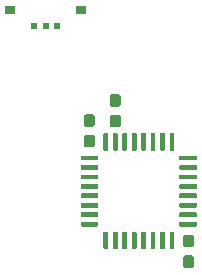
<source format=gtp>
G04 #@! TF.GenerationSoftware,KiCad,Pcbnew,(5.1.5-0-10_14)*
G04 #@! TF.CreationDate,2020-06-21T17:17:39+09:00*
G04 #@! TF.ProjectId,TriCon,54726943-6f6e-42e6-9b69-6361645f7063,1.1*
G04 #@! TF.SameCoordinates,Original*
G04 #@! TF.FileFunction,Paste,Top*
G04 #@! TF.FilePolarity,Positive*
%FSLAX46Y46*%
G04 Gerber Fmt 4.6, Leading zero omitted, Abs format (unit mm)*
G04 Created by KiCad (PCBNEW (5.1.5-0-10_14)) date 2020-06-21 17:17:39*
%MOMM*%
%LPD*%
G04 APERTURE LIST*
%ADD10C,0.100000*%
%ADD11R,0.900000X0.700000*%
%ADD12R,0.600000X0.500000*%
G04 APERTURE END LIST*
D10*
G36*
X147209802Y-95075482D02*
G01*
X147219509Y-95076921D01*
X147229028Y-95079306D01*
X147238268Y-95082612D01*
X147247140Y-95086808D01*
X147255557Y-95091853D01*
X147263439Y-95097699D01*
X147270711Y-95104289D01*
X147277301Y-95111561D01*
X147283147Y-95119443D01*
X147288192Y-95127860D01*
X147292388Y-95136732D01*
X147295694Y-95145972D01*
X147298079Y-95155491D01*
X147299518Y-95165198D01*
X147300000Y-95175000D01*
X147300000Y-96475000D01*
X147299518Y-96484802D01*
X147298079Y-96494509D01*
X147295694Y-96504028D01*
X147292388Y-96513268D01*
X147288192Y-96522140D01*
X147283147Y-96530557D01*
X147277301Y-96538439D01*
X147270711Y-96545711D01*
X147263439Y-96552301D01*
X147255557Y-96558147D01*
X147247140Y-96563192D01*
X147238268Y-96567388D01*
X147229028Y-96570694D01*
X147219509Y-96573079D01*
X147209802Y-96574518D01*
X147200000Y-96575000D01*
X147000000Y-96575000D01*
X146990198Y-96574518D01*
X146980491Y-96573079D01*
X146970972Y-96570694D01*
X146961732Y-96567388D01*
X146952860Y-96563192D01*
X146944443Y-96558147D01*
X146936561Y-96552301D01*
X146929289Y-96545711D01*
X146922699Y-96538439D01*
X146916853Y-96530557D01*
X146911808Y-96522140D01*
X146907612Y-96513268D01*
X146904306Y-96504028D01*
X146901921Y-96494509D01*
X146900482Y-96484802D01*
X146900000Y-96475000D01*
X146900000Y-95175000D01*
X146900482Y-95165198D01*
X146901921Y-95155491D01*
X146904306Y-95145972D01*
X146907612Y-95136732D01*
X146911808Y-95127860D01*
X146916853Y-95119443D01*
X146922699Y-95111561D01*
X146929289Y-95104289D01*
X146936561Y-95097699D01*
X146944443Y-95091853D01*
X146952860Y-95086808D01*
X146961732Y-95082612D01*
X146970972Y-95079306D01*
X146980491Y-95076921D01*
X146990198Y-95075482D01*
X147000000Y-95075000D01*
X147200000Y-95075000D01*
X147209802Y-95075482D01*
G37*
G36*
X148009802Y-95075482D02*
G01*
X148019509Y-95076921D01*
X148029028Y-95079306D01*
X148038268Y-95082612D01*
X148047140Y-95086808D01*
X148055557Y-95091853D01*
X148063439Y-95097699D01*
X148070711Y-95104289D01*
X148077301Y-95111561D01*
X148083147Y-95119443D01*
X148088192Y-95127860D01*
X148092388Y-95136732D01*
X148095694Y-95145972D01*
X148098079Y-95155491D01*
X148099518Y-95165198D01*
X148100000Y-95175000D01*
X148100000Y-96475000D01*
X148099518Y-96484802D01*
X148098079Y-96494509D01*
X148095694Y-96504028D01*
X148092388Y-96513268D01*
X148088192Y-96522140D01*
X148083147Y-96530557D01*
X148077301Y-96538439D01*
X148070711Y-96545711D01*
X148063439Y-96552301D01*
X148055557Y-96558147D01*
X148047140Y-96563192D01*
X148038268Y-96567388D01*
X148029028Y-96570694D01*
X148019509Y-96573079D01*
X148009802Y-96574518D01*
X148000000Y-96575000D01*
X147800000Y-96575000D01*
X147790198Y-96574518D01*
X147780491Y-96573079D01*
X147770972Y-96570694D01*
X147761732Y-96567388D01*
X147752860Y-96563192D01*
X147744443Y-96558147D01*
X147736561Y-96552301D01*
X147729289Y-96545711D01*
X147722699Y-96538439D01*
X147716853Y-96530557D01*
X147711808Y-96522140D01*
X147707612Y-96513268D01*
X147704306Y-96504028D01*
X147701921Y-96494509D01*
X147700482Y-96484802D01*
X147700000Y-96475000D01*
X147700000Y-95175000D01*
X147700482Y-95165198D01*
X147701921Y-95155491D01*
X147704306Y-95145972D01*
X147707612Y-95136732D01*
X147711808Y-95127860D01*
X147716853Y-95119443D01*
X147722699Y-95111561D01*
X147729289Y-95104289D01*
X147736561Y-95097699D01*
X147744443Y-95091853D01*
X147752860Y-95086808D01*
X147761732Y-95082612D01*
X147770972Y-95079306D01*
X147780491Y-95076921D01*
X147790198Y-95075482D01*
X147800000Y-95075000D01*
X148000000Y-95075000D01*
X148009802Y-95075482D01*
G37*
G36*
X148809802Y-95075482D02*
G01*
X148819509Y-95076921D01*
X148829028Y-95079306D01*
X148838268Y-95082612D01*
X148847140Y-95086808D01*
X148855557Y-95091853D01*
X148863439Y-95097699D01*
X148870711Y-95104289D01*
X148877301Y-95111561D01*
X148883147Y-95119443D01*
X148888192Y-95127860D01*
X148892388Y-95136732D01*
X148895694Y-95145972D01*
X148898079Y-95155491D01*
X148899518Y-95165198D01*
X148900000Y-95175000D01*
X148900000Y-96475000D01*
X148899518Y-96484802D01*
X148898079Y-96494509D01*
X148895694Y-96504028D01*
X148892388Y-96513268D01*
X148888192Y-96522140D01*
X148883147Y-96530557D01*
X148877301Y-96538439D01*
X148870711Y-96545711D01*
X148863439Y-96552301D01*
X148855557Y-96558147D01*
X148847140Y-96563192D01*
X148838268Y-96567388D01*
X148829028Y-96570694D01*
X148819509Y-96573079D01*
X148809802Y-96574518D01*
X148800000Y-96575000D01*
X148600000Y-96575000D01*
X148590198Y-96574518D01*
X148580491Y-96573079D01*
X148570972Y-96570694D01*
X148561732Y-96567388D01*
X148552860Y-96563192D01*
X148544443Y-96558147D01*
X148536561Y-96552301D01*
X148529289Y-96545711D01*
X148522699Y-96538439D01*
X148516853Y-96530557D01*
X148511808Y-96522140D01*
X148507612Y-96513268D01*
X148504306Y-96504028D01*
X148501921Y-96494509D01*
X148500482Y-96484802D01*
X148500000Y-96475000D01*
X148500000Y-95175000D01*
X148500482Y-95165198D01*
X148501921Y-95155491D01*
X148504306Y-95145972D01*
X148507612Y-95136732D01*
X148511808Y-95127860D01*
X148516853Y-95119443D01*
X148522699Y-95111561D01*
X148529289Y-95104289D01*
X148536561Y-95097699D01*
X148544443Y-95091853D01*
X148552860Y-95086808D01*
X148561732Y-95082612D01*
X148570972Y-95079306D01*
X148580491Y-95076921D01*
X148590198Y-95075482D01*
X148600000Y-95075000D01*
X148800000Y-95075000D01*
X148809802Y-95075482D01*
G37*
G36*
X149609802Y-95075482D02*
G01*
X149619509Y-95076921D01*
X149629028Y-95079306D01*
X149638268Y-95082612D01*
X149647140Y-95086808D01*
X149655557Y-95091853D01*
X149663439Y-95097699D01*
X149670711Y-95104289D01*
X149677301Y-95111561D01*
X149683147Y-95119443D01*
X149688192Y-95127860D01*
X149692388Y-95136732D01*
X149695694Y-95145972D01*
X149698079Y-95155491D01*
X149699518Y-95165198D01*
X149700000Y-95175000D01*
X149700000Y-96475000D01*
X149699518Y-96484802D01*
X149698079Y-96494509D01*
X149695694Y-96504028D01*
X149692388Y-96513268D01*
X149688192Y-96522140D01*
X149683147Y-96530557D01*
X149677301Y-96538439D01*
X149670711Y-96545711D01*
X149663439Y-96552301D01*
X149655557Y-96558147D01*
X149647140Y-96563192D01*
X149638268Y-96567388D01*
X149629028Y-96570694D01*
X149619509Y-96573079D01*
X149609802Y-96574518D01*
X149600000Y-96575000D01*
X149400000Y-96575000D01*
X149390198Y-96574518D01*
X149380491Y-96573079D01*
X149370972Y-96570694D01*
X149361732Y-96567388D01*
X149352860Y-96563192D01*
X149344443Y-96558147D01*
X149336561Y-96552301D01*
X149329289Y-96545711D01*
X149322699Y-96538439D01*
X149316853Y-96530557D01*
X149311808Y-96522140D01*
X149307612Y-96513268D01*
X149304306Y-96504028D01*
X149301921Y-96494509D01*
X149300482Y-96484802D01*
X149300000Y-96475000D01*
X149300000Y-95175000D01*
X149300482Y-95165198D01*
X149301921Y-95155491D01*
X149304306Y-95145972D01*
X149307612Y-95136732D01*
X149311808Y-95127860D01*
X149316853Y-95119443D01*
X149322699Y-95111561D01*
X149329289Y-95104289D01*
X149336561Y-95097699D01*
X149344443Y-95091853D01*
X149352860Y-95086808D01*
X149361732Y-95082612D01*
X149370972Y-95079306D01*
X149380491Y-95076921D01*
X149390198Y-95075482D01*
X149400000Y-95075000D01*
X149600000Y-95075000D01*
X149609802Y-95075482D01*
G37*
G36*
X150409802Y-95075482D02*
G01*
X150419509Y-95076921D01*
X150429028Y-95079306D01*
X150438268Y-95082612D01*
X150447140Y-95086808D01*
X150455557Y-95091853D01*
X150463439Y-95097699D01*
X150470711Y-95104289D01*
X150477301Y-95111561D01*
X150483147Y-95119443D01*
X150488192Y-95127860D01*
X150492388Y-95136732D01*
X150495694Y-95145972D01*
X150498079Y-95155491D01*
X150499518Y-95165198D01*
X150500000Y-95175000D01*
X150500000Y-96475000D01*
X150499518Y-96484802D01*
X150498079Y-96494509D01*
X150495694Y-96504028D01*
X150492388Y-96513268D01*
X150488192Y-96522140D01*
X150483147Y-96530557D01*
X150477301Y-96538439D01*
X150470711Y-96545711D01*
X150463439Y-96552301D01*
X150455557Y-96558147D01*
X150447140Y-96563192D01*
X150438268Y-96567388D01*
X150429028Y-96570694D01*
X150419509Y-96573079D01*
X150409802Y-96574518D01*
X150400000Y-96575000D01*
X150200000Y-96575000D01*
X150190198Y-96574518D01*
X150180491Y-96573079D01*
X150170972Y-96570694D01*
X150161732Y-96567388D01*
X150152860Y-96563192D01*
X150144443Y-96558147D01*
X150136561Y-96552301D01*
X150129289Y-96545711D01*
X150122699Y-96538439D01*
X150116853Y-96530557D01*
X150111808Y-96522140D01*
X150107612Y-96513268D01*
X150104306Y-96504028D01*
X150101921Y-96494509D01*
X150100482Y-96484802D01*
X150100000Y-96475000D01*
X150100000Y-95175000D01*
X150100482Y-95165198D01*
X150101921Y-95155491D01*
X150104306Y-95145972D01*
X150107612Y-95136732D01*
X150111808Y-95127860D01*
X150116853Y-95119443D01*
X150122699Y-95111561D01*
X150129289Y-95104289D01*
X150136561Y-95097699D01*
X150144443Y-95091853D01*
X150152860Y-95086808D01*
X150161732Y-95082612D01*
X150170972Y-95079306D01*
X150180491Y-95076921D01*
X150190198Y-95075482D01*
X150200000Y-95075000D01*
X150400000Y-95075000D01*
X150409802Y-95075482D01*
G37*
G36*
X151209802Y-95075482D02*
G01*
X151219509Y-95076921D01*
X151229028Y-95079306D01*
X151238268Y-95082612D01*
X151247140Y-95086808D01*
X151255557Y-95091853D01*
X151263439Y-95097699D01*
X151270711Y-95104289D01*
X151277301Y-95111561D01*
X151283147Y-95119443D01*
X151288192Y-95127860D01*
X151292388Y-95136732D01*
X151295694Y-95145972D01*
X151298079Y-95155491D01*
X151299518Y-95165198D01*
X151300000Y-95175000D01*
X151300000Y-96475000D01*
X151299518Y-96484802D01*
X151298079Y-96494509D01*
X151295694Y-96504028D01*
X151292388Y-96513268D01*
X151288192Y-96522140D01*
X151283147Y-96530557D01*
X151277301Y-96538439D01*
X151270711Y-96545711D01*
X151263439Y-96552301D01*
X151255557Y-96558147D01*
X151247140Y-96563192D01*
X151238268Y-96567388D01*
X151229028Y-96570694D01*
X151219509Y-96573079D01*
X151209802Y-96574518D01*
X151200000Y-96575000D01*
X151000000Y-96575000D01*
X150990198Y-96574518D01*
X150980491Y-96573079D01*
X150970972Y-96570694D01*
X150961732Y-96567388D01*
X150952860Y-96563192D01*
X150944443Y-96558147D01*
X150936561Y-96552301D01*
X150929289Y-96545711D01*
X150922699Y-96538439D01*
X150916853Y-96530557D01*
X150911808Y-96522140D01*
X150907612Y-96513268D01*
X150904306Y-96504028D01*
X150901921Y-96494509D01*
X150900482Y-96484802D01*
X150900000Y-96475000D01*
X150900000Y-95175000D01*
X150900482Y-95165198D01*
X150901921Y-95155491D01*
X150904306Y-95145972D01*
X150907612Y-95136732D01*
X150911808Y-95127860D01*
X150916853Y-95119443D01*
X150922699Y-95111561D01*
X150929289Y-95104289D01*
X150936561Y-95097699D01*
X150944443Y-95091853D01*
X150952860Y-95086808D01*
X150961732Y-95082612D01*
X150970972Y-95079306D01*
X150980491Y-95076921D01*
X150990198Y-95075482D01*
X151000000Y-95075000D01*
X151200000Y-95075000D01*
X151209802Y-95075482D01*
G37*
G36*
X152009802Y-95075482D02*
G01*
X152019509Y-95076921D01*
X152029028Y-95079306D01*
X152038268Y-95082612D01*
X152047140Y-95086808D01*
X152055557Y-95091853D01*
X152063439Y-95097699D01*
X152070711Y-95104289D01*
X152077301Y-95111561D01*
X152083147Y-95119443D01*
X152088192Y-95127860D01*
X152092388Y-95136732D01*
X152095694Y-95145972D01*
X152098079Y-95155491D01*
X152099518Y-95165198D01*
X152100000Y-95175000D01*
X152100000Y-96475000D01*
X152099518Y-96484802D01*
X152098079Y-96494509D01*
X152095694Y-96504028D01*
X152092388Y-96513268D01*
X152088192Y-96522140D01*
X152083147Y-96530557D01*
X152077301Y-96538439D01*
X152070711Y-96545711D01*
X152063439Y-96552301D01*
X152055557Y-96558147D01*
X152047140Y-96563192D01*
X152038268Y-96567388D01*
X152029028Y-96570694D01*
X152019509Y-96573079D01*
X152009802Y-96574518D01*
X152000000Y-96575000D01*
X151800000Y-96575000D01*
X151790198Y-96574518D01*
X151780491Y-96573079D01*
X151770972Y-96570694D01*
X151761732Y-96567388D01*
X151752860Y-96563192D01*
X151744443Y-96558147D01*
X151736561Y-96552301D01*
X151729289Y-96545711D01*
X151722699Y-96538439D01*
X151716853Y-96530557D01*
X151711808Y-96522140D01*
X151707612Y-96513268D01*
X151704306Y-96504028D01*
X151701921Y-96494509D01*
X151700482Y-96484802D01*
X151700000Y-96475000D01*
X151700000Y-95175000D01*
X151700482Y-95165198D01*
X151701921Y-95155491D01*
X151704306Y-95145972D01*
X151707612Y-95136732D01*
X151711808Y-95127860D01*
X151716853Y-95119443D01*
X151722699Y-95111561D01*
X151729289Y-95104289D01*
X151736561Y-95097699D01*
X151744443Y-95091853D01*
X151752860Y-95086808D01*
X151761732Y-95082612D01*
X151770972Y-95079306D01*
X151780491Y-95076921D01*
X151790198Y-95075482D01*
X151800000Y-95075000D01*
X152000000Y-95075000D01*
X152009802Y-95075482D01*
G37*
G36*
X152809802Y-95075482D02*
G01*
X152819509Y-95076921D01*
X152829028Y-95079306D01*
X152838268Y-95082612D01*
X152847140Y-95086808D01*
X152855557Y-95091853D01*
X152863439Y-95097699D01*
X152870711Y-95104289D01*
X152877301Y-95111561D01*
X152883147Y-95119443D01*
X152888192Y-95127860D01*
X152892388Y-95136732D01*
X152895694Y-95145972D01*
X152898079Y-95155491D01*
X152899518Y-95165198D01*
X152900000Y-95175000D01*
X152900000Y-96475000D01*
X152899518Y-96484802D01*
X152898079Y-96494509D01*
X152895694Y-96504028D01*
X152892388Y-96513268D01*
X152888192Y-96522140D01*
X152883147Y-96530557D01*
X152877301Y-96538439D01*
X152870711Y-96545711D01*
X152863439Y-96552301D01*
X152855557Y-96558147D01*
X152847140Y-96563192D01*
X152838268Y-96567388D01*
X152829028Y-96570694D01*
X152819509Y-96573079D01*
X152809802Y-96574518D01*
X152800000Y-96575000D01*
X152600000Y-96575000D01*
X152590198Y-96574518D01*
X152580491Y-96573079D01*
X152570972Y-96570694D01*
X152561732Y-96567388D01*
X152552860Y-96563192D01*
X152544443Y-96558147D01*
X152536561Y-96552301D01*
X152529289Y-96545711D01*
X152522699Y-96538439D01*
X152516853Y-96530557D01*
X152511808Y-96522140D01*
X152507612Y-96513268D01*
X152504306Y-96504028D01*
X152501921Y-96494509D01*
X152500482Y-96484802D01*
X152500000Y-96475000D01*
X152500000Y-95175000D01*
X152500482Y-95165198D01*
X152501921Y-95155491D01*
X152504306Y-95145972D01*
X152507612Y-95136732D01*
X152511808Y-95127860D01*
X152516853Y-95119443D01*
X152522699Y-95111561D01*
X152529289Y-95104289D01*
X152536561Y-95097699D01*
X152544443Y-95091853D01*
X152552860Y-95086808D01*
X152561732Y-95082612D01*
X152570972Y-95079306D01*
X152580491Y-95076921D01*
X152590198Y-95075482D01*
X152600000Y-95075000D01*
X152800000Y-95075000D01*
X152809802Y-95075482D01*
G37*
G36*
X154734802Y-97000482D02*
G01*
X154744509Y-97001921D01*
X154754028Y-97004306D01*
X154763268Y-97007612D01*
X154772140Y-97011808D01*
X154780557Y-97016853D01*
X154788439Y-97022699D01*
X154795711Y-97029289D01*
X154802301Y-97036561D01*
X154808147Y-97044443D01*
X154813192Y-97052860D01*
X154817388Y-97061732D01*
X154820694Y-97070972D01*
X154823079Y-97080491D01*
X154824518Y-97090198D01*
X154825000Y-97100000D01*
X154825000Y-97300000D01*
X154824518Y-97309802D01*
X154823079Y-97319509D01*
X154820694Y-97329028D01*
X154817388Y-97338268D01*
X154813192Y-97347140D01*
X154808147Y-97355557D01*
X154802301Y-97363439D01*
X154795711Y-97370711D01*
X154788439Y-97377301D01*
X154780557Y-97383147D01*
X154772140Y-97388192D01*
X154763268Y-97392388D01*
X154754028Y-97395694D01*
X154744509Y-97398079D01*
X154734802Y-97399518D01*
X154725000Y-97400000D01*
X153425000Y-97400000D01*
X153415198Y-97399518D01*
X153405491Y-97398079D01*
X153395972Y-97395694D01*
X153386732Y-97392388D01*
X153377860Y-97388192D01*
X153369443Y-97383147D01*
X153361561Y-97377301D01*
X153354289Y-97370711D01*
X153347699Y-97363439D01*
X153341853Y-97355557D01*
X153336808Y-97347140D01*
X153332612Y-97338268D01*
X153329306Y-97329028D01*
X153326921Y-97319509D01*
X153325482Y-97309802D01*
X153325000Y-97300000D01*
X153325000Y-97100000D01*
X153325482Y-97090198D01*
X153326921Y-97080491D01*
X153329306Y-97070972D01*
X153332612Y-97061732D01*
X153336808Y-97052860D01*
X153341853Y-97044443D01*
X153347699Y-97036561D01*
X153354289Y-97029289D01*
X153361561Y-97022699D01*
X153369443Y-97016853D01*
X153377860Y-97011808D01*
X153386732Y-97007612D01*
X153395972Y-97004306D01*
X153405491Y-97001921D01*
X153415198Y-97000482D01*
X153425000Y-97000000D01*
X154725000Y-97000000D01*
X154734802Y-97000482D01*
G37*
G36*
X154734802Y-97800482D02*
G01*
X154744509Y-97801921D01*
X154754028Y-97804306D01*
X154763268Y-97807612D01*
X154772140Y-97811808D01*
X154780557Y-97816853D01*
X154788439Y-97822699D01*
X154795711Y-97829289D01*
X154802301Y-97836561D01*
X154808147Y-97844443D01*
X154813192Y-97852860D01*
X154817388Y-97861732D01*
X154820694Y-97870972D01*
X154823079Y-97880491D01*
X154824518Y-97890198D01*
X154825000Y-97900000D01*
X154825000Y-98100000D01*
X154824518Y-98109802D01*
X154823079Y-98119509D01*
X154820694Y-98129028D01*
X154817388Y-98138268D01*
X154813192Y-98147140D01*
X154808147Y-98155557D01*
X154802301Y-98163439D01*
X154795711Y-98170711D01*
X154788439Y-98177301D01*
X154780557Y-98183147D01*
X154772140Y-98188192D01*
X154763268Y-98192388D01*
X154754028Y-98195694D01*
X154744509Y-98198079D01*
X154734802Y-98199518D01*
X154725000Y-98200000D01*
X153425000Y-98200000D01*
X153415198Y-98199518D01*
X153405491Y-98198079D01*
X153395972Y-98195694D01*
X153386732Y-98192388D01*
X153377860Y-98188192D01*
X153369443Y-98183147D01*
X153361561Y-98177301D01*
X153354289Y-98170711D01*
X153347699Y-98163439D01*
X153341853Y-98155557D01*
X153336808Y-98147140D01*
X153332612Y-98138268D01*
X153329306Y-98129028D01*
X153326921Y-98119509D01*
X153325482Y-98109802D01*
X153325000Y-98100000D01*
X153325000Y-97900000D01*
X153325482Y-97890198D01*
X153326921Y-97880491D01*
X153329306Y-97870972D01*
X153332612Y-97861732D01*
X153336808Y-97852860D01*
X153341853Y-97844443D01*
X153347699Y-97836561D01*
X153354289Y-97829289D01*
X153361561Y-97822699D01*
X153369443Y-97816853D01*
X153377860Y-97811808D01*
X153386732Y-97807612D01*
X153395972Y-97804306D01*
X153405491Y-97801921D01*
X153415198Y-97800482D01*
X153425000Y-97800000D01*
X154725000Y-97800000D01*
X154734802Y-97800482D01*
G37*
G36*
X154734802Y-98600482D02*
G01*
X154744509Y-98601921D01*
X154754028Y-98604306D01*
X154763268Y-98607612D01*
X154772140Y-98611808D01*
X154780557Y-98616853D01*
X154788439Y-98622699D01*
X154795711Y-98629289D01*
X154802301Y-98636561D01*
X154808147Y-98644443D01*
X154813192Y-98652860D01*
X154817388Y-98661732D01*
X154820694Y-98670972D01*
X154823079Y-98680491D01*
X154824518Y-98690198D01*
X154825000Y-98700000D01*
X154825000Y-98900000D01*
X154824518Y-98909802D01*
X154823079Y-98919509D01*
X154820694Y-98929028D01*
X154817388Y-98938268D01*
X154813192Y-98947140D01*
X154808147Y-98955557D01*
X154802301Y-98963439D01*
X154795711Y-98970711D01*
X154788439Y-98977301D01*
X154780557Y-98983147D01*
X154772140Y-98988192D01*
X154763268Y-98992388D01*
X154754028Y-98995694D01*
X154744509Y-98998079D01*
X154734802Y-98999518D01*
X154725000Y-99000000D01*
X153425000Y-99000000D01*
X153415198Y-98999518D01*
X153405491Y-98998079D01*
X153395972Y-98995694D01*
X153386732Y-98992388D01*
X153377860Y-98988192D01*
X153369443Y-98983147D01*
X153361561Y-98977301D01*
X153354289Y-98970711D01*
X153347699Y-98963439D01*
X153341853Y-98955557D01*
X153336808Y-98947140D01*
X153332612Y-98938268D01*
X153329306Y-98929028D01*
X153326921Y-98919509D01*
X153325482Y-98909802D01*
X153325000Y-98900000D01*
X153325000Y-98700000D01*
X153325482Y-98690198D01*
X153326921Y-98680491D01*
X153329306Y-98670972D01*
X153332612Y-98661732D01*
X153336808Y-98652860D01*
X153341853Y-98644443D01*
X153347699Y-98636561D01*
X153354289Y-98629289D01*
X153361561Y-98622699D01*
X153369443Y-98616853D01*
X153377860Y-98611808D01*
X153386732Y-98607612D01*
X153395972Y-98604306D01*
X153405491Y-98601921D01*
X153415198Y-98600482D01*
X153425000Y-98600000D01*
X154725000Y-98600000D01*
X154734802Y-98600482D01*
G37*
G36*
X154734802Y-99400482D02*
G01*
X154744509Y-99401921D01*
X154754028Y-99404306D01*
X154763268Y-99407612D01*
X154772140Y-99411808D01*
X154780557Y-99416853D01*
X154788439Y-99422699D01*
X154795711Y-99429289D01*
X154802301Y-99436561D01*
X154808147Y-99444443D01*
X154813192Y-99452860D01*
X154817388Y-99461732D01*
X154820694Y-99470972D01*
X154823079Y-99480491D01*
X154824518Y-99490198D01*
X154825000Y-99500000D01*
X154825000Y-99700000D01*
X154824518Y-99709802D01*
X154823079Y-99719509D01*
X154820694Y-99729028D01*
X154817388Y-99738268D01*
X154813192Y-99747140D01*
X154808147Y-99755557D01*
X154802301Y-99763439D01*
X154795711Y-99770711D01*
X154788439Y-99777301D01*
X154780557Y-99783147D01*
X154772140Y-99788192D01*
X154763268Y-99792388D01*
X154754028Y-99795694D01*
X154744509Y-99798079D01*
X154734802Y-99799518D01*
X154725000Y-99800000D01*
X153425000Y-99800000D01*
X153415198Y-99799518D01*
X153405491Y-99798079D01*
X153395972Y-99795694D01*
X153386732Y-99792388D01*
X153377860Y-99788192D01*
X153369443Y-99783147D01*
X153361561Y-99777301D01*
X153354289Y-99770711D01*
X153347699Y-99763439D01*
X153341853Y-99755557D01*
X153336808Y-99747140D01*
X153332612Y-99738268D01*
X153329306Y-99729028D01*
X153326921Y-99719509D01*
X153325482Y-99709802D01*
X153325000Y-99700000D01*
X153325000Y-99500000D01*
X153325482Y-99490198D01*
X153326921Y-99480491D01*
X153329306Y-99470972D01*
X153332612Y-99461732D01*
X153336808Y-99452860D01*
X153341853Y-99444443D01*
X153347699Y-99436561D01*
X153354289Y-99429289D01*
X153361561Y-99422699D01*
X153369443Y-99416853D01*
X153377860Y-99411808D01*
X153386732Y-99407612D01*
X153395972Y-99404306D01*
X153405491Y-99401921D01*
X153415198Y-99400482D01*
X153425000Y-99400000D01*
X154725000Y-99400000D01*
X154734802Y-99400482D01*
G37*
G36*
X154734802Y-100200482D02*
G01*
X154744509Y-100201921D01*
X154754028Y-100204306D01*
X154763268Y-100207612D01*
X154772140Y-100211808D01*
X154780557Y-100216853D01*
X154788439Y-100222699D01*
X154795711Y-100229289D01*
X154802301Y-100236561D01*
X154808147Y-100244443D01*
X154813192Y-100252860D01*
X154817388Y-100261732D01*
X154820694Y-100270972D01*
X154823079Y-100280491D01*
X154824518Y-100290198D01*
X154825000Y-100300000D01*
X154825000Y-100500000D01*
X154824518Y-100509802D01*
X154823079Y-100519509D01*
X154820694Y-100529028D01*
X154817388Y-100538268D01*
X154813192Y-100547140D01*
X154808147Y-100555557D01*
X154802301Y-100563439D01*
X154795711Y-100570711D01*
X154788439Y-100577301D01*
X154780557Y-100583147D01*
X154772140Y-100588192D01*
X154763268Y-100592388D01*
X154754028Y-100595694D01*
X154744509Y-100598079D01*
X154734802Y-100599518D01*
X154725000Y-100600000D01*
X153425000Y-100600000D01*
X153415198Y-100599518D01*
X153405491Y-100598079D01*
X153395972Y-100595694D01*
X153386732Y-100592388D01*
X153377860Y-100588192D01*
X153369443Y-100583147D01*
X153361561Y-100577301D01*
X153354289Y-100570711D01*
X153347699Y-100563439D01*
X153341853Y-100555557D01*
X153336808Y-100547140D01*
X153332612Y-100538268D01*
X153329306Y-100529028D01*
X153326921Y-100519509D01*
X153325482Y-100509802D01*
X153325000Y-100500000D01*
X153325000Y-100300000D01*
X153325482Y-100290198D01*
X153326921Y-100280491D01*
X153329306Y-100270972D01*
X153332612Y-100261732D01*
X153336808Y-100252860D01*
X153341853Y-100244443D01*
X153347699Y-100236561D01*
X153354289Y-100229289D01*
X153361561Y-100222699D01*
X153369443Y-100216853D01*
X153377860Y-100211808D01*
X153386732Y-100207612D01*
X153395972Y-100204306D01*
X153405491Y-100201921D01*
X153415198Y-100200482D01*
X153425000Y-100200000D01*
X154725000Y-100200000D01*
X154734802Y-100200482D01*
G37*
G36*
X154734802Y-101000482D02*
G01*
X154744509Y-101001921D01*
X154754028Y-101004306D01*
X154763268Y-101007612D01*
X154772140Y-101011808D01*
X154780557Y-101016853D01*
X154788439Y-101022699D01*
X154795711Y-101029289D01*
X154802301Y-101036561D01*
X154808147Y-101044443D01*
X154813192Y-101052860D01*
X154817388Y-101061732D01*
X154820694Y-101070972D01*
X154823079Y-101080491D01*
X154824518Y-101090198D01*
X154825000Y-101100000D01*
X154825000Y-101300000D01*
X154824518Y-101309802D01*
X154823079Y-101319509D01*
X154820694Y-101329028D01*
X154817388Y-101338268D01*
X154813192Y-101347140D01*
X154808147Y-101355557D01*
X154802301Y-101363439D01*
X154795711Y-101370711D01*
X154788439Y-101377301D01*
X154780557Y-101383147D01*
X154772140Y-101388192D01*
X154763268Y-101392388D01*
X154754028Y-101395694D01*
X154744509Y-101398079D01*
X154734802Y-101399518D01*
X154725000Y-101400000D01*
X153425000Y-101400000D01*
X153415198Y-101399518D01*
X153405491Y-101398079D01*
X153395972Y-101395694D01*
X153386732Y-101392388D01*
X153377860Y-101388192D01*
X153369443Y-101383147D01*
X153361561Y-101377301D01*
X153354289Y-101370711D01*
X153347699Y-101363439D01*
X153341853Y-101355557D01*
X153336808Y-101347140D01*
X153332612Y-101338268D01*
X153329306Y-101329028D01*
X153326921Y-101319509D01*
X153325482Y-101309802D01*
X153325000Y-101300000D01*
X153325000Y-101100000D01*
X153325482Y-101090198D01*
X153326921Y-101080491D01*
X153329306Y-101070972D01*
X153332612Y-101061732D01*
X153336808Y-101052860D01*
X153341853Y-101044443D01*
X153347699Y-101036561D01*
X153354289Y-101029289D01*
X153361561Y-101022699D01*
X153369443Y-101016853D01*
X153377860Y-101011808D01*
X153386732Y-101007612D01*
X153395972Y-101004306D01*
X153405491Y-101001921D01*
X153415198Y-101000482D01*
X153425000Y-101000000D01*
X154725000Y-101000000D01*
X154734802Y-101000482D01*
G37*
G36*
X154734802Y-101800482D02*
G01*
X154744509Y-101801921D01*
X154754028Y-101804306D01*
X154763268Y-101807612D01*
X154772140Y-101811808D01*
X154780557Y-101816853D01*
X154788439Y-101822699D01*
X154795711Y-101829289D01*
X154802301Y-101836561D01*
X154808147Y-101844443D01*
X154813192Y-101852860D01*
X154817388Y-101861732D01*
X154820694Y-101870972D01*
X154823079Y-101880491D01*
X154824518Y-101890198D01*
X154825000Y-101900000D01*
X154825000Y-102100000D01*
X154824518Y-102109802D01*
X154823079Y-102119509D01*
X154820694Y-102129028D01*
X154817388Y-102138268D01*
X154813192Y-102147140D01*
X154808147Y-102155557D01*
X154802301Y-102163439D01*
X154795711Y-102170711D01*
X154788439Y-102177301D01*
X154780557Y-102183147D01*
X154772140Y-102188192D01*
X154763268Y-102192388D01*
X154754028Y-102195694D01*
X154744509Y-102198079D01*
X154734802Y-102199518D01*
X154725000Y-102200000D01*
X153425000Y-102200000D01*
X153415198Y-102199518D01*
X153405491Y-102198079D01*
X153395972Y-102195694D01*
X153386732Y-102192388D01*
X153377860Y-102188192D01*
X153369443Y-102183147D01*
X153361561Y-102177301D01*
X153354289Y-102170711D01*
X153347699Y-102163439D01*
X153341853Y-102155557D01*
X153336808Y-102147140D01*
X153332612Y-102138268D01*
X153329306Y-102129028D01*
X153326921Y-102119509D01*
X153325482Y-102109802D01*
X153325000Y-102100000D01*
X153325000Y-101900000D01*
X153325482Y-101890198D01*
X153326921Y-101880491D01*
X153329306Y-101870972D01*
X153332612Y-101861732D01*
X153336808Y-101852860D01*
X153341853Y-101844443D01*
X153347699Y-101836561D01*
X153354289Y-101829289D01*
X153361561Y-101822699D01*
X153369443Y-101816853D01*
X153377860Y-101811808D01*
X153386732Y-101807612D01*
X153395972Y-101804306D01*
X153405491Y-101801921D01*
X153415198Y-101800482D01*
X153425000Y-101800000D01*
X154725000Y-101800000D01*
X154734802Y-101800482D01*
G37*
G36*
X154734802Y-102600482D02*
G01*
X154744509Y-102601921D01*
X154754028Y-102604306D01*
X154763268Y-102607612D01*
X154772140Y-102611808D01*
X154780557Y-102616853D01*
X154788439Y-102622699D01*
X154795711Y-102629289D01*
X154802301Y-102636561D01*
X154808147Y-102644443D01*
X154813192Y-102652860D01*
X154817388Y-102661732D01*
X154820694Y-102670972D01*
X154823079Y-102680491D01*
X154824518Y-102690198D01*
X154825000Y-102700000D01*
X154825000Y-102900000D01*
X154824518Y-102909802D01*
X154823079Y-102919509D01*
X154820694Y-102929028D01*
X154817388Y-102938268D01*
X154813192Y-102947140D01*
X154808147Y-102955557D01*
X154802301Y-102963439D01*
X154795711Y-102970711D01*
X154788439Y-102977301D01*
X154780557Y-102983147D01*
X154772140Y-102988192D01*
X154763268Y-102992388D01*
X154754028Y-102995694D01*
X154744509Y-102998079D01*
X154734802Y-102999518D01*
X154725000Y-103000000D01*
X153425000Y-103000000D01*
X153415198Y-102999518D01*
X153405491Y-102998079D01*
X153395972Y-102995694D01*
X153386732Y-102992388D01*
X153377860Y-102988192D01*
X153369443Y-102983147D01*
X153361561Y-102977301D01*
X153354289Y-102970711D01*
X153347699Y-102963439D01*
X153341853Y-102955557D01*
X153336808Y-102947140D01*
X153332612Y-102938268D01*
X153329306Y-102929028D01*
X153326921Y-102919509D01*
X153325482Y-102909802D01*
X153325000Y-102900000D01*
X153325000Y-102700000D01*
X153325482Y-102690198D01*
X153326921Y-102680491D01*
X153329306Y-102670972D01*
X153332612Y-102661732D01*
X153336808Y-102652860D01*
X153341853Y-102644443D01*
X153347699Y-102636561D01*
X153354289Y-102629289D01*
X153361561Y-102622699D01*
X153369443Y-102616853D01*
X153377860Y-102611808D01*
X153386732Y-102607612D01*
X153395972Y-102604306D01*
X153405491Y-102601921D01*
X153415198Y-102600482D01*
X153425000Y-102600000D01*
X154725000Y-102600000D01*
X154734802Y-102600482D01*
G37*
G36*
X152809802Y-103425482D02*
G01*
X152819509Y-103426921D01*
X152829028Y-103429306D01*
X152838268Y-103432612D01*
X152847140Y-103436808D01*
X152855557Y-103441853D01*
X152863439Y-103447699D01*
X152870711Y-103454289D01*
X152877301Y-103461561D01*
X152883147Y-103469443D01*
X152888192Y-103477860D01*
X152892388Y-103486732D01*
X152895694Y-103495972D01*
X152898079Y-103505491D01*
X152899518Y-103515198D01*
X152900000Y-103525000D01*
X152900000Y-104825000D01*
X152899518Y-104834802D01*
X152898079Y-104844509D01*
X152895694Y-104854028D01*
X152892388Y-104863268D01*
X152888192Y-104872140D01*
X152883147Y-104880557D01*
X152877301Y-104888439D01*
X152870711Y-104895711D01*
X152863439Y-104902301D01*
X152855557Y-104908147D01*
X152847140Y-104913192D01*
X152838268Y-104917388D01*
X152829028Y-104920694D01*
X152819509Y-104923079D01*
X152809802Y-104924518D01*
X152800000Y-104925000D01*
X152600000Y-104925000D01*
X152590198Y-104924518D01*
X152580491Y-104923079D01*
X152570972Y-104920694D01*
X152561732Y-104917388D01*
X152552860Y-104913192D01*
X152544443Y-104908147D01*
X152536561Y-104902301D01*
X152529289Y-104895711D01*
X152522699Y-104888439D01*
X152516853Y-104880557D01*
X152511808Y-104872140D01*
X152507612Y-104863268D01*
X152504306Y-104854028D01*
X152501921Y-104844509D01*
X152500482Y-104834802D01*
X152500000Y-104825000D01*
X152500000Y-103525000D01*
X152500482Y-103515198D01*
X152501921Y-103505491D01*
X152504306Y-103495972D01*
X152507612Y-103486732D01*
X152511808Y-103477860D01*
X152516853Y-103469443D01*
X152522699Y-103461561D01*
X152529289Y-103454289D01*
X152536561Y-103447699D01*
X152544443Y-103441853D01*
X152552860Y-103436808D01*
X152561732Y-103432612D01*
X152570972Y-103429306D01*
X152580491Y-103426921D01*
X152590198Y-103425482D01*
X152600000Y-103425000D01*
X152800000Y-103425000D01*
X152809802Y-103425482D01*
G37*
G36*
X152009802Y-103425482D02*
G01*
X152019509Y-103426921D01*
X152029028Y-103429306D01*
X152038268Y-103432612D01*
X152047140Y-103436808D01*
X152055557Y-103441853D01*
X152063439Y-103447699D01*
X152070711Y-103454289D01*
X152077301Y-103461561D01*
X152083147Y-103469443D01*
X152088192Y-103477860D01*
X152092388Y-103486732D01*
X152095694Y-103495972D01*
X152098079Y-103505491D01*
X152099518Y-103515198D01*
X152100000Y-103525000D01*
X152100000Y-104825000D01*
X152099518Y-104834802D01*
X152098079Y-104844509D01*
X152095694Y-104854028D01*
X152092388Y-104863268D01*
X152088192Y-104872140D01*
X152083147Y-104880557D01*
X152077301Y-104888439D01*
X152070711Y-104895711D01*
X152063439Y-104902301D01*
X152055557Y-104908147D01*
X152047140Y-104913192D01*
X152038268Y-104917388D01*
X152029028Y-104920694D01*
X152019509Y-104923079D01*
X152009802Y-104924518D01*
X152000000Y-104925000D01*
X151800000Y-104925000D01*
X151790198Y-104924518D01*
X151780491Y-104923079D01*
X151770972Y-104920694D01*
X151761732Y-104917388D01*
X151752860Y-104913192D01*
X151744443Y-104908147D01*
X151736561Y-104902301D01*
X151729289Y-104895711D01*
X151722699Y-104888439D01*
X151716853Y-104880557D01*
X151711808Y-104872140D01*
X151707612Y-104863268D01*
X151704306Y-104854028D01*
X151701921Y-104844509D01*
X151700482Y-104834802D01*
X151700000Y-104825000D01*
X151700000Y-103525000D01*
X151700482Y-103515198D01*
X151701921Y-103505491D01*
X151704306Y-103495972D01*
X151707612Y-103486732D01*
X151711808Y-103477860D01*
X151716853Y-103469443D01*
X151722699Y-103461561D01*
X151729289Y-103454289D01*
X151736561Y-103447699D01*
X151744443Y-103441853D01*
X151752860Y-103436808D01*
X151761732Y-103432612D01*
X151770972Y-103429306D01*
X151780491Y-103426921D01*
X151790198Y-103425482D01*
X151800000Y-103425000D01*
X152000000Y-103425000D01*
X152009802Y-103425482D01*
G37*
G36*
X151209802Y-103425482D02*
G01*
X151219509Y-103426921D01*
X151229028Y-103429306D01*
X151238268Y-103432612D01*
X151247140Y-103436808D01*
X151255557Y-103441853D01*
X151263439Y-103447699D01*
X151270711Y-103454289D01*
X151277301Y-103461561D01*
X151283147Y-103469443D01*
X151288192Y-103477860D01*
X151292388Y-103486732D01*
X151295694Y-103495972D01*
X151298079Y-103505491D01*
X151299518Y-103515198D01*
X151300000Y-103525000D01*
X151300000Y-104825000D01*
X151299518Y-104834802D01*
X151298079Y-104844509D01*
X151295694Y-104854028D01*
X151292388Y-104863268D01*
X151288192Y-104872140D01*
X151283147Y-104880557D01*
X151277301Y-104888439D01*
X151270711Y-104895711D01*
X151263439Y-104902301D01*
X151255557Y-104908147D01*
X151247140Y-104913192D01*
X151238268Y-104917388D01*
X151229028Y-104920694D01*
X151219509Y-104923079D01*
X151209802Y-104924518D01*
X151200000Y-104925000D01*
X151000000Y-104925000D01*
X150990198Y-104924518D01*
X150980491Y-104923079D01*
X150970972Y-104920694D01*
X150961732Y-104917388D01*
X150952860Y-104913192D01*
X150944443Y-104908147D01*
X150936561Y-104902301D01*
X150929289Y-104895711D01*
X150922699Y-104888439D01*
X150916853Y-104880557D01*
X150911808Y-104872140D01*
X150907612Y-104863268D01*
X150904306Y-104854028D01*
X150901921Y-104844509D01*
X150900482Y-104834802D01*
X150900000Y-104825000D01*
X150900000Y-103525000D01*
X150900482Y-103515198D01*
X150901921Y-103505491D01*
X150904306Y-103495972D01*
X150907612Y-103486732D01*
X150911808Y-103477860D01*
X150916853Y-103469443D01*
X150922699Y-103461561D01*
X150929289Y-103454289D01*
X150936561Y-103447699D01*
X150944443Y-103441853D01*
X150952860Y-103436808D01*
X150961732Y-103432612D01*
X150970972Y-103429306D01*
X150980491Y-103426921D01*
X150990198Y-103425482D01*
X151000000Y-103425000D01*
X151200000Y-103425000D01*
X151209802Y-103425482D01*
G37*
G36*
X150409802Y-103425482D02*
G01*
X150419509Y-103426921D01*
X150429028Y-103429306D01*
X150438268Y-103432612D01*
X150447140Y-103436808D01*
X150455557Y-103441853D01*
X150463439Y-103447699D01*
X150470711Y-103454289D01*
X150477301Y-103461561D01*
X150483147Y-103469443D01*
X150488192Y-103477860D01*
X150492388Y-103486732D01*
X150495694Y-103495972D01*
X150498079Y-103505491D01*
X150499518Y-103515198D01*
X150500000Y-103525000D01*
X150500000Y-104825000D01*
X150499518Y-104834802D01*
X150498079Y-104844509D01*
X150495694Y-104854028D01*
X150492388Y-104863268D01*
X150488192Y-104872140D01*
X150483147Y-104880557D01*
X150477301Y-104888439D01*
X150470711Y-104895711D01*
X150463439Y-104902301D01*
X150455557Y-104908147D01*
X150447140Y-104913192D01*
X150438268Y-104917388D01*
X150429028Y-104920694D01*
X150419509Y-104923079D01*
X150409802Y-104924518D01*
X150400000Y-104925000D01*
X150200000Y-104925000D01*
X150190198Y-104924518D01*
X150180491Y-104923079D01*
X150170972Y-104920694D01*
X150161732Y-104917388D01*
X150152860Y-104913192D01*
X150144443Y-104908147D01*
X150136561Y-104902301D01*
X150129289Y-104895711D01*
X150122699Y-104888439D01*
X150116853Y-104880557D01*
X150111808Y-104872140D01*
X150107612Y-104863268D01*
X150104306Y-104854028D01*
X150101921Y-104844509D01*
X150100482Y-104834802D01*
X150100000Y-104825000D01*
X150100000Y-103525000D01*
X150100482Y-103515198D01*
X150101921Y-103505491D01*
X150104306Y-103495972D01*
X150107612Y-103486732D01*
X150111808Y-103477860D01*
X150116853Y-103469443D01*
X150122699Y-103461561D01*
X150129289Y-103454289D01*
X150136561Y-103447699D01*
X150144443Y-103441853D01*
X150152860Y-103436808D01*
X150161732Y-103432612D01*
X150170972Y-103429306D01*
X150180491Y-103426921D01*
X150190198Y-103425482D01*
X150200000Y-103425000D01*
X150400000Y-103425000D01*
X150409802Y-103425482D01*
G37*
G36*
X149609802Y-103425482D02*
G01*
X149619509Y-103426921D01*
X149629028Y-103429306D01*
X149638268Y-103432612D01*
X149647140Y-103436808D01*
X149655557Y-103441853D01*
X149663439Y-103447699D01*
X149670711Y-103454289D01*
X149677301Y-103461561D01*
X149683147Y-103469443D01*
X149688192Y-103477860D01*
X149692388Y-103486732D01*
X149695694Y-103495972D01*
X149698079Y-103505491D01*
X149699518Y-103515198D01*
X149700000Y-103525000D01*
X149700000Y-104825000D01*
X149699518Y-104834802D01*
X149698079Y-104844509D01*
X149695694Y-104854028D01*
X149692388Y-104863268D01*
X149688192Y-104872140D01*
X149683147Y-104880557D01*
X149677301Y-104888439D01*
X149670711Y-104895711D01*
X149663439Y-104902301D01*
X149655557Y-104908147D01*
X149647140Y-104913192D01*
X149638268Y-104917388D01*
X149629028Y-104920694D01*
X149619509Y-104923079D01*
X149609802Y-104924518D01*
X149600000Y-104925000D01*
X149400000Y-104925000D01*
X149390198Y-104924518D01*
X149380491Y-104923079D01*
X149370972Y-104920694D01*
X149361732Y-104917388D01*
X149352860Y-104913192D01*
X149344443Y-104908147D01*
X149336561Y-104902301D01*
X149329289Y-104895711D01*
X149322699Y-104888439D01*
X149316853Y-104880557D01*
X149311808Y-104872140D01*
X149307612Y-104863268D01*
X149304306Y-104854028D01*
X149301921Y-104844509D01*
X149300482Y-104834802D01*
X149300000Y-104825000D01*
X149300000Y-103525000D01*
X149300482Y-103515198D01*
X149301921Y-103505491D01*
X149304306Y-103495972D01*
X149307612Y-103486732D01*
X149311808Y-103477860D01*
X149316853Y-103469443D01*
X149322699Y-103461561D01*
X149329289Y-103454289D01*
X149336561Y-103447699D01*
X149344443Y-103441853D01*
X149352860Y-103436808D01*
X149361732Y-103432612D01*
X149370972Y-103429306D01*
X149380491Y-103426921D01*
X149390198Y-103425482D01*
X149400000Y-103425000D01*
X149600000Y-103425000D01*
X149609802Y-103425482D01*
G37*
G36*
X148809802Y-103425482D02*
G01*
X148819509Y-103426921D01*
X148829028Y-103429306D01*
X148838268Y-103432612D01*
X148847140Y-103436808D01*
X148855557Y-103441853D01*
X148863439Y-103447699D01*
X148870711Y-103454289D01*
X148877301Y-103461561D01*
X148883147Y-103469443D01*
X148888192Y-103477860D01*
X148892388Y-103486732D01*
X148895694Y-103495972D01*
X148898079Y-103505491D01*
X148899518Y-103515198D01*
X148900000Y-103525000D01*
X148900000Y-104825000D01*
X148899518Y-104834802D01*
X148898079Y-104844509D01*
X148895694Y-104854028D01*
X148892388Y-104863268D01*
X148888192Y-104872140D01*
X148883147Y-104880557D01*
X148877301Y-104888439D01*
X148870711Y-104895711D01*
X148863439Y-104902301D01*
X148855557Y-104908147D01*
X148847140Y-104913192D01*
X148838268Y-104917388D01*
X148829028Y-104920694D01*
X148819509Y-104923079D01*
X148809802Y-104924518D01*
X148800000Y-104925000D01*
X148600000Y-104925000D01*
X148590198Y-104924518D01*
X148580491Y-104923079D01*
X148570972Y-104920694D01*
X148561732Y-104917388D01*
X148552860Y-104913192D01*
X148544443Y-104908147D01*
X148536561Y-104902301D01*
X148529289Y-104895711D01*
X148522699Y-104888439D01*
X148516853Y-104880557D01*
X148511808Y-104872140D01*
X148507612Y-104863268D01*
X148504306Y-104854028D01*
X148501921Y-104844509D01*
X148500482Y-104834802D01*
X148500000Y-104825000D01*
X148500000Y-103525000D01*
X148500482Y-103515198D01*
X148501921Y-103505491D01*
X148504306Y-103495972D01*
X148507612Y-103486732D01*
X148511808Y-103477860D01*
X148516853Y-103469443D01*
X148522699Y-103461561D01*
X148529289Y-103454289D01*
X148536561Y-103447699D01*
X148544443Y-103441853D01*
X148552860Y-103436808D01*
X148561732Y-103432612D01*
X148570972Y-103429306D01*
X148580491Y-103426921D01*
X148590198Y-103425482D01*
X148600000Y-103425000D01*
X148800000Y-103425000D01*
X148809802Y-103425482D01*
G37*
G36*
X148009802Y-103425482D02*
G01*
X148019509Y-103426921D01*
X148029028Y-103429306D01*
X148038268Y-103432612D01*
X148047140Y-103436808D01*
X148055557Y-103441853D01*
X148063439Y-103447699D01*
X148070711Y-103454289D01*
X148077301Y-103461561D01*
X148083147Y-103469443D01*
X148088192Y-103477860D01*
X148092388Y-103486732D01*
X148095694Y-103495972D01*
X148098079Y-103505491D01*
X148099518Y-103515198D01*
X148100000Y-103525000D01*
X148100000Y-104825000D01*
X148099518Y-104834802D01*
X148098079Y-104844509D01*
X148095694Y-104854028D01*
X148092388Y-104863268D01*
X148088192Y-104872140D01*
X148083147Y-104880557D01*
X148077301Y-104888439D01*
X148070711Y-104895711D01*
X148063439Y-104902301D01*
X148055557Y-104908147D01*
X148047140Y-104913192D01*
X148038268Y-104917388D01*
X148029028Y-104920694D01*
X148019509Y-104923079D01*
X148009802Y-104924518D01*
X148000000Y-104925000D01*
X147800000Y-104925000D01*
X147790198Y-104924518D01*
X147780491Y-104923079D01*
X147770972Y-104920694D01*
X147761732Y-104917388D01*
X147752860Y-104913192D01*
X147744443Y-104908147D01*
X147736561Y-104902301D01*
X147729289Y-104895711D01*
X147722699Y-104888439D01*
X147716853Y-104880557D01*
X147711808Y-104872140D01*
X147707612Y-104863268D01*
X147704306Y-104854028D01*
X147701921Y-104844509D01*
X147700482Y-104834802D01*
X147700000Y-104825000D01*
X147700000Y-103525000D01*
X147700482Y-103515198D01*
X147701921Y-103505491D01*
X147704306Y-103495972D01*
X147707612Y-103486732D01*
X147711808Y-103477860D01*
X147716853Y-103469443D01*
X147722699Y-103461561D01*
X147729289Y-103454289D01*
X147736561Y-103447699D01*
X147744443Y-103441853D01*
X147752860Y-103436808D01*
X147761732Y-103432612D01*
X147770972Y-103429306D01*
X147780491Y-103426921D01*
X147790198Y-103425482D01*
X147800000Y-103425000D01*
X148000000Y-103425000D01*
X148009802Y-103425482D01*
G37*
G36*
X147209802Y-103425482D02*
G01*
X147219509Y-103426921D01*
X147229028Y-103429306D01*
X147238268Y-103432612D01*
X147247140Y-103436808D01*
X147255557Y-103441853D01*
X147263439Y-103447699D01*
X147270711Y-103454289D01*
X147277301Y-103461561D01*
X147283147Y-103469443D01*
X147288192Y-103477860D01*
X147292388Y-103486732D01*
X147295694Y-103495972D01*
X147298079Y-103505491D01*
X147299518Y-103515198D01*
X147300000Y-103525000D01*
X147300000Y-104825000D01*
X147299518Y-104834802D01*
X147298079Y-104844509D01*
X147295694Y-104854028D01*
X147292388Y-104863268D01*
X147288192Y-104872140D01*
X147283147Y-104880557D01*
X147277301Y-104888439D01*
X147270711Y-104895711D01*
X147263439Y-104902301D01*
X147255557Y-104908147D01*
X147247140Y-104913192D01*
X147238268Y-104917388D01*
X147229028Y-104920694D01*
X147219509Y-104923079D01*
X147209802Y-104924518D01*
X147200000Y-104925000D01*
X147000000Y-104925000D01*
X146990198Y-104924518D01*
X146980491Y-104923079D01*
X146970972Y-104920694D01*
X146961732Y-104917388D01*
X146952860Y-104913192D01*
X146944443Y-104908147D01*
X146936561Y-104902301D01*
X146929289Y-104895711D01*
X146922699Y-104888439D01*
X146916853Y-104880557D01*
X146911808Y-104872140D01*
X146907612Y-104863268D01*
X146904306Y-104854028D01*
X146901921Y-104844509D01*
X146900482Y-104834802D01*
X146900000Y-104825000D01*
X146900000Y-103525000D01*
X146900482Y-103515198D01*
X146901921Y-103505491D01*
X146904306Y-103495972D01*
X146907612Y-103486732D01*
X146911808Y-103477860D01*
X146916853Y-103469443D01*
X146922699Y-103461561D01*
X146929289Y-103454289D01*
X146936561Y-103447699D01*
X146944443Y-103441853D01*
X146952860Y-103436808D01*
X146961732Y-103432612D01*
X146970972Y-103429306D01*
X146980491Y-103426921D01*
X146990198Y-103425482D01*
X147000000Y-103425000D01*
X147200000Y-103425000D01*
X147209802Y-103425482D01*
G37*
G36*
X146384802Y-102600482D02*
G01*
X146394509Y-102601921D01*
X146404028Y-102604306D01*
X146413268Y-102607612D01*
X146422140Y-102611808D01*
X146430557Y-102616853D01*
X146438439Y-102622699D01*
X146445711Y-102629289D01*
X146452301Y-102636561D01*
X146458147Y-102644443D01*
X146463192Y-102652860D01*
X146467388Y-102661732D01*
X146470694Y-102670972D01*
X146473079Y-102680491D01*
X146474518Y-102690198D01*
X146475000Y-102700000D01*
X146475000Y-102900000D01*
X146474518Y-102909802D01*
X146473079Y-102919509D01*
X146470694Y-102929028D01*
X146467388Y-102938268D01*
X146463192Y-102947140D01*
X146458147Y-102955557D01*
X146452301Y-102963439D01*
X146445711Y-102970711D01*
X146438439Y-102977301D01*
X146430557Y-102983147D01*
X146422140Y-102988192D01*
X146413268Y-102992388D01*
X146404028Y-102995694D01*
X146394509Y-102998079D01*
X146384802Y-102999518D01*
X146375000Y-103000000D01*
X145075000Y-103000000D01*
X145065198Y-102999518D01*
X145055491Y-102998079D01*
X145045972Y-102995694D01*
X145036732Y-102992388D01*
X145027860Y-102988192D01*
X145019443Y-102983147D01*
X145011561Y-102977301D01*
X145004289Y-102970711D01*
X144997699Y-102963439D01*
X144991853Y-102955557D01*
X144986808Y-102947140D01*
X144982612Y-102938268D01*
X144979306Y-102929028D01*
X144976921Y-102919509D01*
X144975482Y-102909802D01*
X144975000Y-102900000D01*
X144975000Y-102700000D01*
X144975482Y-102690198D01*
X144976921Y-102680491D01*
X144979306Y-102670972D01*
X144982612Y-102661732D01*
X144986808Y-102652860D01*
X144991853Y-102644443D01*
X144997699Y-102636561D01*
X145004289Y-102629289D01*
X145011561Y-102622699D01*
X145019443Y-102616853D01*
X145027860Y-102611808D01*
X145036732Y-102607612D01*
X145045972Y-102604306D01*
X145055491Y-102601921D01*
X145065198Y-102600482D01*
X145075000Y-102600000D01*
X146375000Y-102600000D01*
X146384802Y-102600482D01*
G37*
G36*
X146384802Y-101800482D02*
G01*
X146394509Y-101801921D01*
X146404028Y-101804306D01*
X146413268Y-101807612D01*
X146422140Y-101811808D01*
X146430557Y-101816853D01*
X146438439Y-101822699D01*
X146445711Y-101829289D01*
X146452301Y-101836561D01*
X146458147Y-101844443D01*
X146463192Y-101852860D01*
X146467388Y-101861732D01*
X146470694Y-101870972D01*
X146473079Y-101880491D01*
X146474518Y-101890198D01*
X146475000Y-101900000D01*
X146475000Y-102100000D01*
X146474518Y-102109802D01*
X146473079Y-102119509D01*
X146470694Y-102129028D01*
X146467388Y-102138268D01*
X146463192Y-102147140D01*
X146458147Y-102155557D01*
X146452301Y-102163439D01*
X146445711Y-102170711D01*
X146438439Y-102177301D01*
X146430557Y-102183147D01*
X146422140Y-102188192D01*
X146413268Y-102192388D01*
X146404028Y-102195694D01*
X146394509Y-102198079D01*
X146384802Y-102199518D01*
X146375000Y-102200000D01*
X145075000Y-102200000D01*
X145065198Y-102199518D01*
X145055491Y-102198079D01*
X145045972Y-102195694D01*
X145036732Y-102192388D01*
X145027860Y-102188192D01*
X145019443Y-102183147D01*
X145011561Y-102177301D01*
X145004289Y-102170711D01*
X144997699Y-102163439D01*
X144991853Y-102155557D01*
X144986808Y-102147140D01*
X144982612Y-102138268D01*
X144979306Y-102129028D01*
X144976921Y-102119509D01*
X144975482Y-102109802D01*
X144975000Y-102100000D01*
X144975000Y-101900000D01*
X144975482Y-101890198D01*
X144976921Y-101880491D01*
X144979306Y-101870972D01*
X144982612Y-101861732D01*
X144986808Y-101852860D01*
X144991853Y-101844443D01*
X144997699Y-101836561D01*
X145004289Y-101829289D01*
X145011561Y-101822699D01*
X145019443Y-101816853D01*
X145027860Y-101811808D01*
X145036732Y-101807612D01*
X145045972Y-101804306D01*
X145055491Y-101801921D01*
X145065198Y-101800482D01*
X145075000Y-101800000D01*
X146375000Y-101800000D01*
X146384802Y-101800482D01*
G37*
G36*
X146384802Y-101000482D02*
G01*
X146394509Y-101001921D01*
X146404028Y-101004306D01*
X146413268Y-101007612D01*
X146422140Y-101011808D01*
X146430557Y-101016853D01*
X146438439Y-101022699D01*
X146445711Y-101029289D01*
X146452301Y-101036561D01*
X146458147Y-101044443D01*
X146463192Y-101052860D01*
X146467388Y-101061732D01*
X146470694Y-101070972D01*
X146473079Y-101080491D01*
X146474518Y-101090198D01*
X146475000Y-101100000D01*
X146475000Y-101300000D01*
X146474518Y-101309802D01*
X146473079Y-101319509D01*
X146470694Y-101329028D01*
X146467388Y-101338268D01*
X146463192Y-101347140D01*
X146458147Y-101355557D01*
X146452301Y-101363439D01*
X146445711Y-101370711D01*
X146438439Y-101377301D01*
X146430557Y-101383147D01*
X146422140Y-101388192D01*
X146413268Y-101392388D01*
X146404028Y-101395694D01*
X146394509Y-101398079D01*
X146384802Y-101399518D01*
X146375000Y-101400000D01*
X145075000Y-101400000D01*
X145065198Y-101399518D01*
X145055491Y-101398079D01*
X145045972Y-101395694D01*
X145036732Y-101392388D01*
X145027860Y-101388192D01*
X145019443Y-101383147D01*
X145011561Y-101377301D01*
X145004289Y-101370711D01*
X144997699Y-101363439D01*
X144991853Y-101355557D01*
X144986808Y-101347140D01*
X144982612Y-101338268D01*
X144979306Y-101329028D01*
X144976921Y-101319509D01*
X144975482Y-101309802D01*
X144975000Y-101300000D01*
X144975000Y-101100000D01*
X144975482Y-101090198D01*
X144976921Y-101080491D01*
X144979306Y-101070972D01*
X144982612Y-101061732D01*
X144986808Y-101052860D01*
X144991853Y-101044443D01*
X144997699Y-101036561D01*
X145004289Y-101029289D01*
X145011561Y-101022699D01*
X145019443Y-101016853D01*
X145027860Y-101011808D01*
X145036732Y-101007612D01*
X145045972Y-101004306D01*
X145055491Y-101001921D01*
X145065198Y-101000482D01*
X145075000Y-101000000D01*
X146375000Y-101000000D01*
X146384802Y-101000482D01*
G37*
G36*
X146384802Y-100200482D02*
G01*
X146394509Y-100201921D01*
X146404028Y-100204306D01*
X146413268Y-100207612D01*
X146422140Y-100211808D01*
X146430557Y-100216853D01*
X146438439Y-100222699D01*
X146445711Y-100229289D01*
X146452301Y-100236561D01*
X146458147Y-100244443D01*
X146463192Y-100252860D01*
X146467388Y-100261732D01*
X146470694Y-100270972D01*
X146473079Y-100280491D01*
X146474518Y-100290198D01*
X146475000Y-100300000D01*
X146475000Y-100500000D01*
X146474518Y-100509802D01*
X146473079Y-100519509D01*
X146470694Y-100529028D01*
X146467388Y-100538268D01*
X146463192Y-100547140D01*
X146458147Y-100555557D01*
X146452301Y-100563439D01*
X146445711Y-100570711D01*
X146438439Y-100577301D01*
X146430557Y-100583147D01*
X146422140Y-100588192D01*
X146413268Y-100592388D01*
X146404028Y-100595694D01*
X146394509Y-100598079D01*
X146384802Y-100599518D01*
X146375000Y-100600000D01*
X145075000Y-100600000D01*
X145065198Y-100599518D01*
X145055491Y-100598079D01*
X145045972Y-100595694D01*
X145036732Y-100592388D01*
X145027860Y-100588192D01*
X145019443Y-100583147D01*
X145011561Y-100577301D01*
X145004289Y-100570711D01*
X144997699Y-100563439D01*
X144991853Y-100555557D01*
X144986808Y-100547140D01*
X144982612Y-100538268D01*
X144979306Y-100529028D01*
X144976921Y-100519509D01*
X144975482Y-100509802D01*
X144975000Y-100500000D01*
X144975000Y-100300000D01*
X144975482Y-100290198D01*
X144976921Y-100280491D01*
X144979306Y-100270972D01*
X144982612Y-100261732D01*
X144986808Y-100252860D01*
X144991853Y-100244443D01*
X144997699Y-100236561D01*
X145004289Y-100229289D01*
X145011561Y-100222699D01*
X145019443Y-100216853D01*
X145027860Y-100211808D01*
X145036732Y-100207612D01*
X145045972Y-100204306D01*
X145055491Y-100201921D01*
X145065198Y-100200482D01*
X145075000Y-100200000D01*
X146375000Y-100200000D01*
X146384802Y-100200482D01*
G37*
G36*
X146384802Y-99400482D02*
G01*
X146394509Y-99401921D01*
X146404028Y-99404306D01*
X146413268Y-99407612D01*
X146422140Y-99411808D01*
X146430557Y-99416853D01*
X146438439Y-99422699D01*
X146445711Y-99429289D01*
X146452301Y-99436561D01*
X146458147Y-99444443D01*
X146463192Y-99452860D01*
X146467388Y-99461732D01*
X146470694Y-99470972D01*
X146473079Y-99480491D01*
X146474518Y-99490198D01*
X146475000Y-99500000D01*
X146475000Y-99700000D01*
X146474518Y-99709802D01*
X146473079Y-99719509D01*
X146470694Y-99729028D01*
X146467388Y-99738268D01*
X146463192Y-99747140D01*
X146458147Y-99755557D01*
X146452301Y-99763439D01*
X146445711Y-99770711D01*
X146438439Y-99777301D01*
X146430557Y-99783147D01*
X146422140Y-99788192D01*
X146413268Y-99792388D01*
X146404028Y-99795694D01*
X146394509Y-99798079D01*
X146384802Y-99799518D01*
X146375000Y-99800000D01*
X145075000Y-99800000D01*
X145065198Y-99799518D01*
X145055491Y-99798079D01*
X145045972Y-99795694D01*
X145036732Y-99792388D01*
X145027860Y-99788192D01*
X145019443Y-99783147D01*
X145011561Y-99777301D01*
X145004289Y-99770711D01*
X144997699Y-99763439D01*
X144991853Y-99755557D01*
X144986808Y-99747140D01*
X144982612Y-99738268D01*
X144979306Y-99729028D01*
X144976921Y-99719509D01*
X144975482Y-99709802D01*
X144975000Y-99700000D01*
X144975000Y-99500000D01*
X144975482Y-99490198D01*
X144976921Y-99480491D01*
X144979306Y-99470972D01*
X144982612Y-99461732D01*
X144986808Y-99452860D01*
X144991853Y-99444443D01*
X144997699Y-99436561D01*
X145004289Y-99429289D01*
X145011561Y-99422699D01*
X145019443Y-99416853D01*
X145027860Y-99411808D01*
X145036732Y-99407612D01*
X145045972Y-99404306D01*
X145055491Y-99401921D01*
X145065198Y-99400482D01*
X145075000Y-99400000D01*
X146375000Y-99400000D01*
X146384802Y-99400482D01*
G37*
G36*
X146384802Y-98600482D02*
G01*
X146394509Y-98601921D01*
X146404028Y-98604306D01*
X146413268Y-98607612D01*
X146422140Y-98611808D01*
X146430557Y-98616853D01*
X146438439Y-98622699D01*
X146445711Y-98629289D01*
X146452301Y-98636561D01*
X146458147Y-98644443D01*
X146463192Y-98652860D01*
X146467388Y-98661732D01*
X146470694Y-98670972D01*
X146473079Y-98680491D01*
X146474518Y-98690198D01*
X146475000Y-98700000D01*
X146475000Y-98900000D01*
X146474518Y-98909802D01*
X146473079Y-98919509D01*
X146470694Y-98929028D01*
X146467388Y-98938268D01*
X146463192Y-98947140D01*
X146458147Y-98955557D01*
X146452301Y-98963439D01*
X146445711Y-98970711D01*
X146438439Y-98977301D01*
X146430557Y-98983147D01*
X146422140Y-98988192D01*
X146413268Y-98992388D01*
X146404028Y-98995694D01*
X146394509Y-98998079D01*
X146384802Y-98999518D01*
X146375000Y-99000000D01*
X145075000Y-99000000D01*
X145065198Y-98999518D01*
X145055491Y-98998079D01*
X145045972Y-98995694D01*
X145036732Y-98992388D01*
X145027860Y-98988192D01*
X145019443Y-98983147D01*
X145011561Y-98977301D01*
X145004289Y-98970711D01*
X144997699Y-98963439D01*
X144991853Y-98955557D01*
X144986808Y-98947140D01*
X144982612Y-98938268D01*
X144979306Y-98929028D01*
X144976921Y-98919509D01*
X144975482Y-98909802D01*
X144975000Y-98900000D01*
X144975000Y-98700000D01*
X144975482Y-98690198D01*
X144976921Y-98680491D01*
X144979306Y-98670972D01*
X144982612Y-98661732D01*
X144986808Y-98652860D01*
X144991853Y-98644443D01*
X144997699Y-98636561D01*
X145004289Y-98629289D01*
X145011561Y-98622699D01*
X145019443Y-98616853D01*
X145027860Y-98611808D01*
X145036732Y-98607612D01*
X145045972Y-98604306D01*
X145055491Y-98601921D01*
X145065198Y-98600482D01*
X145075000Y-98600000D01*
X146375000Y-98600000D01*
X146384802Y-98600482D01*
G37*
G36*
X146384802Y-97800482D02*
G01*
X146394509Y-97801921D01*
X146404028Y-97804306D01*
X146413268Y-97807612D01*
X146422140Y-97811808D01*
X146430557Y-97816853D01*
X146438439Y-97822699D01*
X146445711Y-97829289D01*
X146452301Y-97836561D01*
X146458147Y-97844443D01*
X146463192Y-97852860D01*
X146467388Y-97861732D01*
X146470694Y-97870972D01*
X146473079Y-97880491D01*
X146474518Y-97890198D01*
X146475000Y-97900000D01*
X146475000Y-98100000D01*
X146474518Y-98109802D01*
X146473079Y-98119509D01*
X146470694Y-98129028D01*
X146467388Y-98138268D01*
X146463192Y-98147140D01*
X146458147Y-98155557D01*
X146452301Y-98163439D01*
X146445711Y-98170711D01*
X146438439Y-98177301D01*
X146430557Y-98183147D01*
X146422140Y-98188192D01*
X146413268Y-98192388D01*
X146404028Y-98195694D01*
X146394509Y-98198079D01*
X146384802Y-98199518D01*
X146375000Y-98200000D01*
X145075000Y-98200000D01*
X145065198Y-98199518D01*
X145055491Y-98198079D01*
X145045972Y-98195694D01*
X145036732Y-98192388D01*
X145027860Y-98188192D01*
X145019443Y-98183147D01*
X145011561Y-98177301D01*
X145004289Y-98170711D01*
X144997699Y-98163439D01*
X144991853Y-98155557D01*
X144986808Y-98147140D01*
X144982612Y-98138268D01*
X144979306Y-98129028D01*
X144976921Y-98119509D01*
X144975482Y-98109802D01*
X144975000Y-98100000D01*
X144975000Y-97900000D01*
X144975482Y-97890198D01*
X144976921Y-97880491D01*
X144979306Y-97870972D01*
X144982612Y-97861732D01*
X144986808Y-97852860D01*
X144991853Y-97844443D01*
X144997699Y-97836561D01*
X145004289Y-97829289D01*
X145011561Y-97822699D01*
X145019443Y-97816853D01*
X145027860Y-97811808D01*
X145036732Y-97807612D01*
X145045972Y-97804306D01*
X145055491Y-97801921D01*
X145065198Y-97800482D01*
X145075000Y-97800000D01*
X146375000Y-97800000D01*
X146384802Y-97800482D01*
G37*
G36*
X146384802Y-97000482D02*
G01*
X146394509Y-97001921D01*
X146404028Y-97004306D01*
X146413268Y-97007612D01*
X146422140Y-97011808D01*
X146430557Y-97016853D01*
X146438439Y-97022699D01*
X146445711Y-97029289D01*
X146452301Y-97036561D01*
X146458147Y-97044443D01*
X146463192Y-97052860D01*
X146467388Y-97061732D01*
X146470694Y-97070972D01*
X146473079Y-97080491D01*
X146474518Y-97090198D01*
X146475000Y-97100000D01*
X146475000Y-97300000D01*
X146474518Y-97309802D01*
X146473079Y-97319509D01*
X146470694Y-97329028D01*
X146467388Y-97338268D01*
X146463192Y-97347140D01*
X146458147Y-97355557D01*
X146452301Y-97363439D01*
X146445711Y-97370711D01*
X146438439Y-97377301D01*
X146430557Y-97383147D01*
X146422140Y-97388192D01*
X146413268Y-97392388D01*
X146404028Y-97395694D01*
X146394509Y-97398079D01*
X146384802Y-97399518D01*
X146375000Y-97400000D01*
X145075000Y-97400000D01*
X145065198Y-97399518D01*
X145055491Y-97398079D01*
X145045972Y-97395694D01*
X145036732Y-97392388D01*
X145027860Y-97388192D01*
X145019443Y-97383147D01*
X145011561Y-97377301D01*
X145004289Y-97370711D01*
X144997699Y-97363439D01*
X144991853Y-97355557D01*
X144986808Y-97347140D01*
X144982612Y-97338268D01*
X144979306Y-97329028D01*
X144976921Y-97319509D01*
X144975482Y-97309802D01*
X144975000Y-97300000D01*
X144975000Y-97100000D01*
X144975482Y-97090198D01*
X144976921Y-97080491D01*
X144979306Y-97070972D01*
X144982612Y-97061732D01*
X144986808Y-97052860D01*
X144991853Y-97044443D01*
X144997699Y-97036561D01*
X145004289Y-97029289D01*
X145011561Y-97022699D01*
X145019443Y-97016853D01*
X145027860Y-97011808D01*
X145036732Y-97007612D01*
X145045972Y-97004306D01*
X145055491Y-97001921D01*
X145065198Y-97000482D01*
X145075000Y-97000000D01*
X146375000Y-97000000D01*
X146384802Y-97000482D01*
G37*
G36*
X154360779Y-105451144D02*
G01*
X154383834Y-105454563D01*
X154406443Y-105460227D01*
X154428387Y-105468079D01*
X154449457Y-105478044D01*
X154469448Y-105490026D01*
X154488168Y-105503910D01*
X154505438Y-105519562D01*
X154521090Y-105536832D01*
X154534974Y-105555552D01*
X154546956Y-105575543D01*
X154556921Y-105596613D01*
X154564773Y-105618557D01*
X154570437Y-105641166D01*
X154573856Y-105664221D01*
X154575000Y-105687500D01*
X154575000Y-106262500D01*
X154573856Y-106285779D01*
X154570437Y-106308834D01*
X154564773Y-106331443D01*
X154556921Y-106353387D01*
X154546956Y-106374457D01*
X154534974Y-106394448D01*
X154521090Y-106413168D01*
X154505438Y-106430438D01*
X154488168Y-106446090D01*
X154469448Y-106459974D01*
X154449457Y-106471956D01*
X154428387Y-106481921D01*
X154406443Y-106489773D01*
X154383834Y-106495437D01*
X154360779Y-106498856D01*
X154337500Y-106500000D01*
X153862500Y-106500000D01*
X153839221Y-106498856D01*
X153816166Y-106495437D01*
X153793557Y-106489773D01*
X153771613Y-106481921D01*
X153750543Y-106471956D01*
X153730552Y-106459974D01*
X153711832Y-106446090D01*
X153694562Y-106430438D01*
X153678910Y-106413168D01*
X153665026Y-106394448D01*
X153653044Y-106374457D01*
X153643079Y-106353387D01*
X153635227Y-106331443D01*
X153629563Y-106308834D01*
X153626144Y-106285779D01*
X153625000Y-106262500D01*
X153625000Y-105687500D01*
X153626144Y-105664221D01*
X153629563Y-105641166D01*
X153635227Y-105618557D01*
X153643079Y-105596613D01*
X153653044Y-105575543D01*
X153665026Y-105555552D01*
X153678910Y-105536832D01*
X153694562Y-105519562D01*
X153711832Y-105503910D01*
X153730552Y-105490026D01*
X153750543Y-105478044D01*
X153771613Y-105468079D01*
X153793557Y-105460227D01*
X153816166Y-105454563D01*
X153839221Y-105451144D01*
X153862500Y-105450000D01*
X154337500Y-105450000D01*
X154360779Y-105451144D01*
G37*
G36*
X154360779Y-103701144D02*
G01*
X154383834Y-103704563D01*
X154406443Y-103710227D01*
X154428387Y-103718079D01*
X154449457Y-103728044D01*
X154469448Y-103740026D01*
X154488168Y-103753910D01*
X154505438Y-103769562D01*
X154521090Y-103786832D01*
X154534974Y-103805552D01*
X154546956Y-103825543D01*
X154556921Y-103846613D01*
X154564773Y-103868557D01*
X154570437Y-103891166D01*
X154573856Y-103914221D01*
X154575000Y-103937500D01*
X154575000Y-104512500D01*
X154573856Y-104535779D01*
X154570437Y-104558834D01*
X154564773Y-104581443D01*
X154556921Y-104603387D01*
X154546956Y-104624457D01*
X154534974Y-104644448D01*
X154521090Y-104663168D01*
X154505438Y-104680438D01*
X154488168Y-104696090D01*
X154469448Y-104709974D01*
X154449457Y-104721956D01*
X154428387Y-104731921D01*
X154406443Y-104739773D01*
X154383834Y-104745437D01*
X154360779Y-104748856D01*
X154337500Y-104750000D01*
X153862500Y-104750000D01*
X153839221Y-104748856D01*
X153816166Y-104745437D01*
X153793557Y-104739773D01*
X153771613Y-104731921D01*
X153750543Y-104721956D01*
X153730552Y-104709974D01*
X153711832Y-104696090D01*
X153694562Y-104680438D01*
X153678910Y-104663168D01*
X153665026Y-104644448D01*
X153653044Y-104624457D01*
X153643079Y-104603387D01*
X153635227Y-104581443D01*
X153629563Y-104558834D01*
X153626144Y-104535779D01*
X153625000Y-104512500D01*
X153625000Y-103937500D01*
X153626144Y-103914221D01*
X153629563Y-103891166D01*
X153635227Y-103868557D01*
X153643079Y-103846613D01*
X153653044Y-103825543D01*
X153665026Y-103805552D01*
X153678910Y-103786832D01*
X153694562Y-103769562D01*
X153711832Y-103753910D01*
X153730552Y-103740026D01*
X153750543Y-103728044D01*
X153771613Y-103718079D01*
X153793557Y-103710227D01*
X153816166Y-103704563D01*
X153839221Y-103701144D01*
X153862500Y-103700000D01*
X154337500Y-103700000D01*
X154360779Y-103701144D01*
G37*
G36*
X145960779Y-93501144D02*
G01*
X145983834Y-93504563D01*
X146006443Y-93510227D01*
X146028387Y-93518079D01*
X146049457Y-93528044D01*
X146069448Y-93540026D01*
X146088168Y-93553910D01*
X146105438Y-93569562D01*
X146121090Y-93586832D01*
X146134974Y-93605552D01*
X146146956Y-93625543D01*
X146156921Y-93646613D01*
X146164773Y-93668557D01*
X146170437Y-93691166D01*
X146173856Y-93714221D01*
X146175000Y-93737500D01*
X146175000Y-94312500D01*
X146173856Y-94335779D01*
X146170437Y-94358834D01*
X146164773Y-94381443D01*
X146156921Y-94403387D01*
X146146956Y-94424457D01*
X146134974Y-94444448D01*
X146121090Y-94463168D01*
X146105438Y-94480438D01*
X146088168Y-94496090D01*
X146069448Y-94509974D01*
X146049457Y-94521956D01*
X146028387Y-94531921D01*
X146006443Y-94539773D01*
X145983834Y-94545437D01*
X145960779Y-94548856D01*
X145937500Y-94550000D01*
X145462500Y-94550000D01*
X145439221Y-94548856D01*
X145416166Y-94545437D01*
X145393557Y-94539773D01*
X145371613Y-94531921D01*
X145350543Y-94521956D01*
X145330552Y-94509974D01*
X145311832Y-94496090D01*
X145294562Y-94480438D01*
X145278910Y-94463168D01*
X145265026Y-94444448D01*
X145253044Y-94424457D01*
X145243079Y-94403387D01*
X145235227Y-94381443D01*
X145229563Y-94358834D01*
X145226144Y-94335779D01*
X145225000Y-94312500D01*
X145225000Y-93737500D01*
X145226144Y-93714221D01*
X145229563Y-93691166D01*
X145235227Y-93668557D01*
X145243079Y-93646613D01*
X145253044Y-93625543D01*
X145265026Y-93605552D01*
X145278910Y-93586832D01*
X145294562Y-93569562D01*
X145311832Y-93553910D01*
X145330552Y-93540026D01*
X145350543Y-93528044D01*
X145371613Y-93518079D01*
X145393557Y-93510227D01*
X145416166Y-93504563D01*
X145439221Y-93501144D01*
X145462500Y-93500000D01*
X145937500Y-93500000D01*
X145960779Y-93501144D01*
G37*
G36*
X145960779Y-95251144D02*
G01*
X145983834Y-95254563D01*
X146006443Y-95260227D01*
X146028387Y-95268079D01*
X146049457Y-95278044D01*
X146069448Y-95290026D01*
X146088168Y-95303910D01*
X146105438Y-95319562D01*
X146121090Y-95336832D01*
X146134974Y-95355552D01*
X146146956Y-95375543D01*
X146156921Y-95396613D01*
X146164773Y-95418557D01*
X146170437Y-95441166D01*
X146173856Y-95464221D01*
X146175000Y-95487500D01*
X146175000Y-96062500D01*
X146173856Y-96085779D01*
X146170437Y-96108834D01*
X146164773Y-96131443D01*
X146156921Y-96153387D01*
X146146956Y-96174457D01*
X146134974Y-96194448D01*
X146121090Y-96213168D01*
X146105438Y-96230438D01*
X146088168Y-96246090D01*
X146069448Y-96259974D01*
X146049457Y-96271956D01*
X146028387Y-96281921D01*
X146006443Y-96289773D01*
X145983834Y-96295437D01*
X145960779Y-96298856D01*
X145937500Y-96300000D01*
X145462500Y-96300000D01*
X145439221Y-96298856D01*
X145416166Y-96295437D01*
X145393557Y-96289773D01*
X145371613Y-96281921D01*
X145350543Y-96271956D01*
X145330552Y-96259974D01*
X145311832Y-96246090D01*
X145294562Y-96230438D01*
X145278910Y-96213168D01*
X145265026Y-96194448D01*
X145253044Y-96174457D01*
X145243079Y-96153387D01*
X145235227Y-96131443D01*
X145229563Y-96108834D01*
X145226144Y-96085779D01*
X145225000Y-96062500D01*
X145225000Y-95487500D01*
X145226144Y-95464221D01*
X145229563Y-95441166D01*
X145235227Y-95418557D01*
X145243079Y-95396613D01*
X145253044Y-95375543D01*
X145265026Y-95355552D01*
X145278910Y-95336832D01*
X145294562Y-95319562D01*
X145311832Y-95303910D01*
X145330552Y-95290026D01*
X145350543Y-95278044D01*
X145371613Y-95268079D01*
X145393557Y-95260227D01*
X145416166Y-95254563D01*
X145439221Y-95251144D01*
X145462500Y-95250000D01*
X145937500Y-95250000D01*
X145960779Y-95251144D01*
G37*
D11*
X139000000Y-84700000D03*
X145000000Y-84700000D03*
D12*
X141000000Y-86050000D03*
X142000000Y-86050000D03*
X143000000Y-86050000D03*
D10*
G36*
X148160779Y-91801144D02*
G01*
X148183834Y-91804563D01*
X148206443Y-91810227D01*
X148228387Y-91818079D01*
X148249457Y-91828044D01*
X148269448Y-91840026D01*
X148288168Y-91853910D01*
X148305438Y-91869562D01*
X148321090Y-91886832D01*
X148334974Y-91905552D01*
X148346956Y-91925543D01*
X148356921Y-91946613D01*
X148364773Y-91968557D01*
X148370437Y-91991166D01*
X148373856Y-92014221D01*
X148375000Y-92037500D01*
X148375000Y-92612500D01*
X148373856Y-92635779D01*
X148370437Y-92658834D01*
X148364773Y-92681443D01*
X148356921Y-92703387D01*
X148346956Y-92724457D01*
X148334974Y-92744448D01*
X148321090Y-92763168D01*
X148305438Y-92780438D01*
X148288168Y-92796090D01*
X148269448Y-92809974D01*
X148249457Y-92821956D01*
X148228387Y-92831921D01*
X148206443Y-92839773D01*
X148183834Y-92845437D01*
X148160779Y-92848856D01*
X148137500Y-92850000D01*
X147662500Y-92850000D01*
X147639221Y-92848856D01*
X147616166Y-92845437D01*
X147593557Y-92839773D01*
X147571613Y-92831921D01*
X147550543Y-92821956D01*
X147530552Y-92809974D01*
X147511832Y-92796090D01*
X147494562Y-92780438D01*
X147478910Y-92763168D01*
X147465026Y-92744448D01*
X147453044Y-92724457D01*
X147443079Y-92703387D01*
X147435227Y-92681443D01*
X147429563Y-92658834D01*
X147426144Y-92635779D01*
X147425000Y-92612500D01*
X147425000Y-92037500D01*
X147426144Y-92014221D01*
X147429563Y-91991166D01*
X147435227Y-91968557D01*
X147443079Y-91946613D01*
X147453044Y-91925543D01*
X147465026Y-91905552D01*
X147478910Y-91886832D01*
X147494562Y-91869562D01*
X147511832Y-91853910D01*
X147530552Y-91840026D01*
X147550543Y-91828044D01*
X147571613Y-91818079D01*
X147593557Y-91810227D01*
X147616166Y-91804563D01*
X147639221Y-91801144D01*
X147662500Y-91800000D01*
X148137500Y-91800000D01*
X148160779Y-91801144D01*
G37*
G36*
X148160779Y-93551144D02*
G01*
X148183834Y-93554563D01*
X148206443Y-93560227D01*
X148228387Y-93568079D01*
X148249457Y-93578044D01*
X148269448Y-93590026D01*
X148288168Y-93603910D01*
X148305438Y-93619562D01*
X148321090Y-93636832D01*
X148334974Y-93655552D01*
X148346956Y-93675543D01*
X148356921Y-93696613D01*
X148364773Y-93718557D01*
X148370437Y-93741166D01*
X148373856Y-93764221D01*
X148375000Y-93787500D01*
X148375000Y-94362500D01*
X148373856Y-94385779D01*
X148370437Y-94408834D01*
X148364773Y-94431443D01*
X148356921Y-94453387D01*
X148346956Y-94474457D01*
X148334974Y-94494448D01*
X148321090Y-94513168D01*
X148305438Y-94530438D01*
X148288168Y-94546090D01*
X148269448Y-94559974D01*
X148249457Y-94571956D01*
X148228387Y-94581921D01*
X148206443Y-94589773D01*
X148183834Y-94595437D01*
X148160779Y-94598856D01*
X148137500Y-94600000D01*
X147662500Y-94600000D01*
X147639221Y-94598856D01*
X147616166Y-94595437D01*
X147593557Y-94589773D01*
X147571613Y-94581921D01*
X147550543Y-94571956D01*
X147530552Y-94559974D01*
X147511832Y-94546090D01*
X147494562Y-94530438D01*
X147478910Y-94513168D01*
X147465026Y-94494448D01*
X147453044Y-94474457D01*
X147443079Y-94453387D01*
X147435227Y-94431443D01*
X147429563Y-94408834D01*
X147426144Y-94385779D01*
X147425000Y-94362500D01*
X147425000Y-93787500D01*
X147426144Y-93764221D01*
X147429563Y-93741166D01*
X147435227Y-93718557D01*
X147443079Y-93696613D01*
X147453044Y-93675543D01*
X147465026Y-93655552D01*
X147478910Y-93636832D01*
X147494562Y-93619562D01*
X147511832Y-93603910D01*
X147530552Y-93590026D01*
X147550543Y-93578044D01*
X147571613Y-93568079D01*
X147593557Y-93560227D01*
X147616166Y-93554563D01*
X147639221Y-93551144D01*
X147662500Y-93550000D01*
X148137500Y-93550000D01*
X148160779Y-93551144D01*
G37*
M02*

</source>
